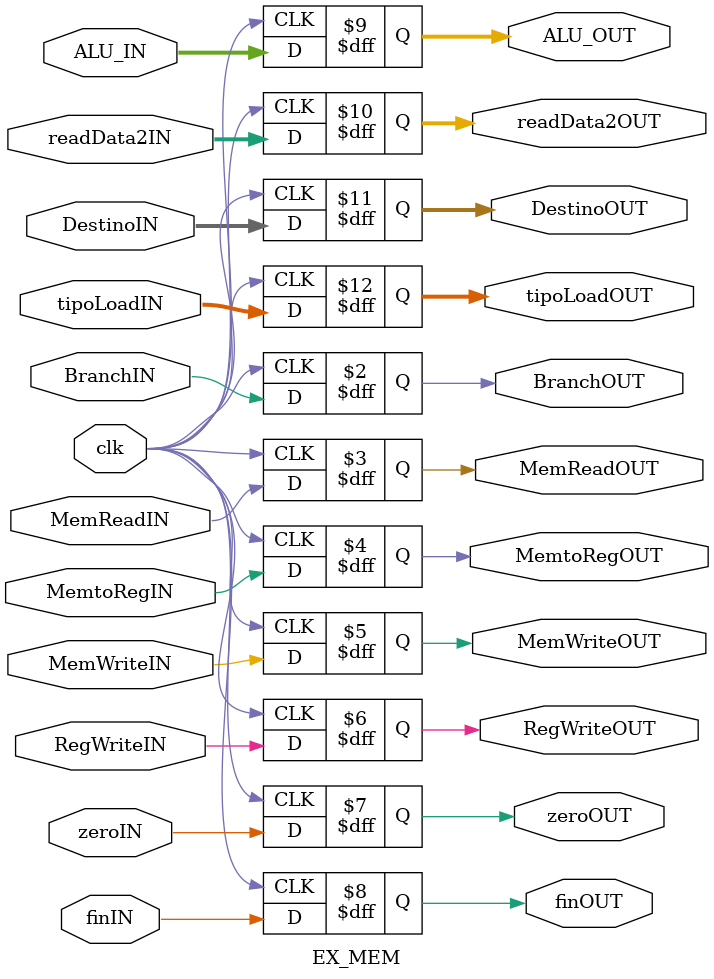
<source format=v>
`timescale 1ns / 1ps
module EX_MEM(
			input clk,
			input BranchIN, MemReadIN, MemtoRegIN, MemWriteIN, RegWriteIN, zeroIN, finIN,
			input [31:0] /*ALUsaltoIN,*/ ALU_IN, readData2IN,
			input [4:0] DestinoIN,
			input [5:0] tipoLoadIN,
			output reg BranchOUT, MemReadOUT, MemtoRegOUT, MemWriteOUT, RegWriteOUT, zeroOUT, finOUT,	
			output reg [31:0] /*ALUsaltoOUT,*/ ALU_OUT, readData2OUT,
			output reg [4:0] DestinoOUT,
			output reg [5:0] tipoLoadOUT
    );

always @ (posedge clk)
begin
 	BranchOUT <= BranchIN; 
	MemReadOUT <= MemReadIN;
	MemtoRegOUT <= MemtoRegIN;
	MemWriteOUT <= MemWriteIN;
	RegWriteOUT <= RegWriteIN;
	zeroOUT <= zeroIN;
	//ALUsaltoOUT <= ALUsaltoIN;
	ALU_OUT <= ALU_IN;
	readData2OUT <= readData2IN;
	DestinoOUT <= DestinoIN;
	tipoLoadOUT <= tipoLoadIN;
	finOUT <= finIN;

end

endmodule

</source>
